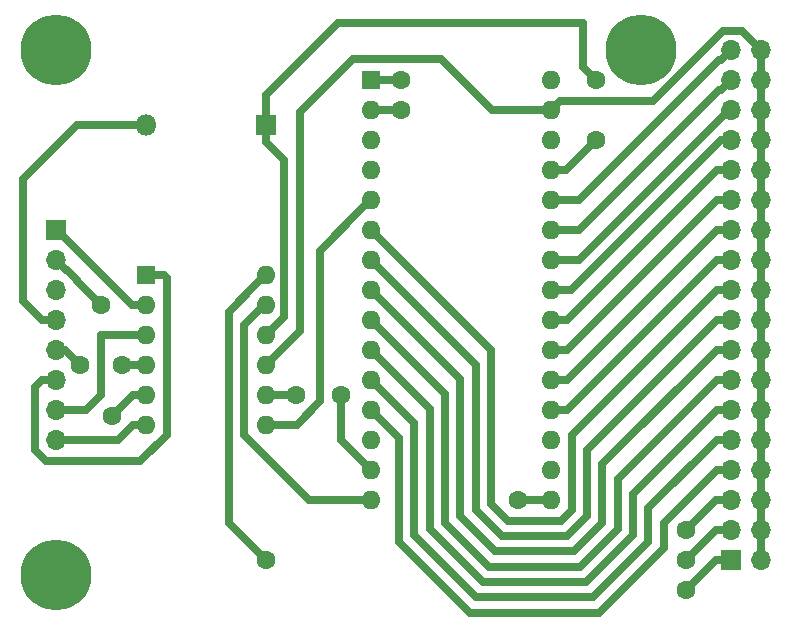
<source format=gbr>
G04 #@! TF.GenerationSoftware,KiCad,Pcbnew,(5.1.4)-1*
G04 #@! TF.CreationDate,2019-12-28T16:53:48+02:00*
G04 #@! TF.ProjectId,arduino-fanatec-pcb,61726475-696e-46f2-9d66-616e61746563,rev?*
G04 #@! TF.SameCoordinates,Original*
G04 #@! TF.FileFunction,Copper,L2,Bot*
G04 #@! TF.FilePolarity,Positive*
%FSLAX46Y46*%
G04 Gerber Fmt 4.6, Leading zero omitted, Abs format (unit mm)*
G04 Created by KiCad (PCBNEW (5.1.4)-1) date 2019-12-28 16:53:48*
%MOMM*%
%LPD*%
G04 APERTURE LIST*
%ADD10O,1.600000X1.600000*%
%ADD11R,1.600000X1.600000*%
%ADD12C,6.000000*%
%ADD13O,1.800000X1.800000*%
%ADD14R,1.800000X1.800000*%
%ADD15O,1.700000X1.700000*%
%ADD16R,1.700000X1.700000*%
%ADD17C,1.600000*%
%ADD18C,0.700000*%
G04 APERTURE END LIST*
D10*
X77470000Y-86360000D03*
X67310000Y-99060000D03*
X77470000Y-88900000D03*
X67310000Y-96520000D03*
X77470000Y-91440000D03*
X67310000Y-93980000D03*
X77470000Y-93980000D03*
X67310000Y-91440000D03*
X77470000Y-96520000D03*
X67310000Y-88900000D03*
X77470000Y-99060000D03*
D11*
X67310000Y-86360000D03*
D12*
X109220000Y-67310000D03*
X59690000Y-111760000D03*
X59690000Y-67310000D03*
D10*
X101600000Y-105410000D03*
X86360000Y-105410000D03*
X101600000Y-69850000D03*
X86360000Y-102870000D03*
X101600000Y-72390000D03*
X86360000Y-100330000D03*
X101600000Y-74930000D03*
X86360000Y-97790000D03*
X101600000Y-77470000D03*
X86360000Y-95250000D03*
X101600000Y-80010000D03*
X86360000Y-92710000D03*
X101600000Y-82550000D03*
X86360000Y-90170000D03*
X101600000Y-85090000D03*
X86360000Y-87630000D03*
X101600000Y-87630000D03*
X86360000Y-85090000D03*
X101600000Y-90170000D03*
X86360000Y-82550000D03*
X101600000Y-92710000D03*
X86360000Y-80010000D03*
X101600000Y-95250000D03*
X86360000Y-77470000D03*
X101600000Y-97790000D03*
X86360000Y-74930000D03*
X101600000Y-100330000D03*
X86360000Y-72390000D03*
X101600000Y-102870000D03*
D11*
X86360000Y-69850000D03*
D13*
X67310000Y-73660000D03*
D14*
X77470000Y-73660000D03*
D15*
X119380000Y-67310000D03*
X116840000Y-67310000D03*
X119380000Y-69850000D03*
X116840000Y-69850000D03*
X119380000Y-72390000D03*
X116840000Y-72390000D03*
X119380000Y-74930000D03*
X116840000Y-74930000D03*
X119380000Y-77470000D03*
X116840000Y-77470000D03*
X119380000Y-80010000D03*
X116840000Y-80010000D03*
X119380000Y-82550000D03*
X116840000Y-82550000D03*
X119380000Y-85090000D03*
X116840000Y-85090000D03*
X119380000Y-87630000D03*
X116840000Y-87630000D03*
X119380000Y-90170000D03*
X116840000Y-90170000D03*
X119380000Y-92710000D03*
X116840000Y-92710000D03*
X119380000Y-95250000D03*
X116840000Y-95250000D03*
X119380000Y-97790000D03*
X116840000Y-97790000D03*
X119380000Y-100330000D03*
X116840000Y-100330000D03*
X119380000Y-102870000D03*
X116840000Y-102870000D03*
X119380000Y-105410000D03*
X116840000Y-105410000D03*
X119380000Y-107950000D03*
X116840000Y-107950000D03*
X119380000Y-110490000D03*
D16*
X116840000Y-110490000D03*
D15*
X59690000Y-100330000D03*
X59690000Y-97790000D03*
X59690000Y-95250000D03*
X59690000Y-92710000D03*
X59690000Y-90170000D03*
X59690000Y-87630000D03*
X59690000Y-85090000D03*
D16*
X59690000Y-82550000D03*
D17*
X98806000Y-105410000D03*
X77470000Y-110490000D03*
X83820000Y-96520000D03*
X80010000Y-96520000D03*
X105410000Y-74930000D03*
X105410000Y-69850000D03*
X113030000Y-110490000D03*
X88900000Y-69850000D03*
X61750000Y-93980000D03*
X65250000Y-93980000D03*
X64476878Y-98286878D03*
X63500000Y-88900000D03*
X113030000Y-113030000D03*
X88900000Y-72390000D03*
X113031397Y-107951397D03*
D18*
X101600000Y-105410000D02*
X98806000Y-105410000D01*
X76670001Y-87159999D02*
X77470000Y-86360000D01*
X74319989Y-89510011D02*
X76670001Y-87159999D01*
X74319989Y-107339989D02*
X74319989Y-89510011D01*
X77470000Y-110490000D02*
X74319989Y-107339989D01*
X81081998Y-105410000D02*
X86360000Y-105410000D01*
X75619999Y-99948001D02*
X81081998Y-105410000D01*
X75619999Y-90551999D02*
X75619999Y-99948001D01*
X77470000Y-88900000D02*
X77271998Y-88900000D01*
X77271998Y-88900000D02*
X75619999Y-90551999D01*
X86360000Y-102870000D02*
X83820000Y-100330000D01*
X83820000Y-100330000D02*
X83820000Y-96520000D01*
X80010000Y-96520000D02*
X77470000Y-96520000D01*
X101600000Y-77470000D02*
X102870000Y-77470000D01*
X102870000Y-77470000D02*
X105410000Y-74930000D01*
X104284999Y-65024000D02*
X83555001Y-65024000D01*
X77470000Y-75060000D02*
X77470000Y-73660000D01*
X77470000Y-91440000D02*
X79020001Y-89889999D01*
X79020001Y-89889999D02*
X79020001Y-76610001D01*
X79020001Y-76610001D02*
X77470000Y-75060000D01*
X104284999Y-68724999D02*
X105410000Y-69850000D01*
X104284999Y-65024000D02*
X104284999Y-68724999D01*
X77470000Y-71109001D02*
X77470000Y-73660000D01*
X83555001Y-65024000D02*
X77470000Y-71109001D01*
X115990001Y-68159999D02*
X116840000Y-67310000D01*
X115865999Y-68159999D02*
X115990001Y-68159999D01*
X104015998Y-80010000D02*
X115865999Y-68159999D01*
X101600000Y-80010000D02*
X104015998Y-80010000D01*
X115990001Y-70699999D02*
X116840000Y-69850000D01*
X115865999Y-70699999D02*
X115990001Y-70699999D01*
X101600000Y-82550000D02*
X104015998Y-82550000D01*
X104015998Y-82550000D02*
X115865999Y-70699999D01*
X116715998Y-72390000D02*
X116840000Y-72390000D01*
X101600000Y-85090000D02*
X104015998Y-85090000D01*
X104015998Y-85090000D02*
X116715998Y-72390000D01*
X116014489Y-74930000D02*
X116840000Y-74930000D01*
X101600000Y-87630000D02*
X103314489Y-87630000D01*
X103314489Y-87630000D02*
X116014489Y-74930000D01*
X115637919Y-77470000D02*
X116840000Y-77470000D01*
X101600000Y-90170000D02*
X102937919Y-90170000D01*
X102937919Y-90170000D02*
X115637919Y-77470000D01*
X115637919Y-80010000D02*
X116840000Y-80010000D01*
X101600000Y-92710000D02*
X102937919Y-92710000D01*
X102937919Y-92710000D02*
X115637919Y-80010000D01*
X85560001Y-80809999D02*
X86360000Y-80010000D01*
X82069999Y-84300001D02*
X85560001Y-80809999D01*
X82069999Y-97050003D02*
X82069999Y-84300001D01*
X80060002Y-99060000D02*
X82069999Y-97050003D01*
X77470000Y-99060000D02*
X80060002Y-99060000D01*
X115637919Y-82550000D02*
X116840000Y-82550000D01*
X101600000Y-95250000D02*
X102937919Y-95250000D01*
X102937919Y-95250000D02*
X115637919Y-82550000D01*
X115637919Y-85090000D02*
X116840000Y-85090000D01*
X101600000Y-97790000D02*
X102937919Y-97790000D01*
X102937919Y-97790000D02*
X115637919Y-85090000D01*
X118530001Y-66460001D02*
X119380000Y-67310000D01*
X117779999Y-65709999D02*
X118530001Y-66460001D01*
X116154001Y-65709999D02*
X117779999Y-65709999D01*
X110273999Y-71590001D02*
X116154001Y-65709999D01*
X102399999Y-71590001D02*
X110273999Y-71590001D01*
X101600000Y-72390000D02*
X102399999Y-71590001D01*
X119380000Y-67310000D02*
X119380000Y-110490000D01*
X78269999Y-93180001D02*
X77470000Y-93980000D01*
X80320011Y-72579987D02*
X80320011Y-91129989D01*
X84799999Y-68099999D02*
X80320011Y-72579987D01*
X92280001Y-68099999D02*
X84799999Y-68099999D01*
X96570002Y-72390000D02*
X92280001Y-68099999D01*
X80320011Y-91129989D02*
X78269999Y-93180001D01*
X101600000Y-72390000D02*
X96570002Y-72390000D01*
X66178630Y-88900000D02*
X67310000Y-88900000D01*
X66164002Y-88900000D02*
X66178630Y-88900000D01*
X59814002Y-82550000D02*
X66164002Y-88900000D01*
X59690000Y-82550000D02*
X59814002Y-82550000D01*
X60892081Y-100330000D02*
X59690000Y-100330000D01*
X64908630Y-100330000D02*
X60892081Y-100330000D01*
X66178630Y-99060000D02*
X64908630Y-100330000D01*
X67310000Y-99060000D02*
X66178630Y-99060000D01*
X67310000Y-91440000D02*
X63500000Y-91440000D01*
X63500000Y-91440000D02*
X63500000Y-96520000D01*
X62230000Y-97790000D02*
X59690000Y-97790000D01*
X63500000Y-96520000D02*
X62230000Y-97790000D01*
X58487919Y-95250000D02*
X59690000Y-95250000D01*
X57889999Y-95847920D02*
X58487919Y-95250000D01*
X57889999Y-101194001D02*
X57889999Y-95847920D01*
X58825999Y-102130001D02*
X57889999Y-101194001D01*
X69060001Y-99900001D02*
X66830001Y-102130001D01*
X66830001Y-102130001D02*
X58825999Y-102130001D01*
X69060001Y-86610001D02*
X69060001Y-99900001D01*
X68810000Y-86360000D02*
X69060001Y-86610001D01*
X67310000Y-86360000D02*
X68810000Y-86360000D01*
X116840000Y-107950000D02*
X115570000Y-107950000D01*
X115570000Y-107950000D02*
X113030000Y-110490000D01*
X86360000Y-69850000D02*
X88900000Y-69850000D01*
X60480000Y-92710000D02*
X59690000Y-92710000D01*
X61750000Y-93980000D02*
X60480000Y-92710000D01*
X67310000Y-93980000D02*
X65250000Y-93980000D01*
X63500000Y-88900000D02*
X61490001Y-86890001D01*
X61490001Y-86890001D02*
X61490001Y-86765999D01*
X61490001Y-86765999D02*
X60664001Y-85939999D01*
X60664001Y-85939999D02*
X60539999Y-85939999D01*
X60539999Y-85939999D02*
X59690000Y-85090000D01*
X66243756Y-96520000D02*
X64476878Y-98286878D01*
X67310000Y-96520000D02*
X66243756Y-96520000D01*
X103350001Y-99917918D02*
X115637919Y-87630000D01*
X86360000Y-82550000D02*
X96520004Y-92710004D01*
X96520004Y-105714001D02*
X97966004Y-107160001D01*
X115637919Y-87630000D02*
X116840000Y-87630000D01*
X103350001Y-106250001D02*
X103350001Y-99917918D01*
X102440001Y-107160001D02*
X103350001Y-106250001D01*
X97966004Y-107160001D02*
X102440001Y-107160001D01*
X96520004Y-92710004D02*
X96520004Y-105714001D01*
X95219993Y-93949993D02*
X95219993Y-106252483D01*
X95219993Y-106252483D02*
X97427522Y-108460012D01*
X97427522Y-108460012D02*
X102978483Y-108460012D01*
X86360000Y-85090000D02*
X95219993Y-93949993D01*
X104650012Y-106788483D02*
X104650012Y-101157907D01*
X115637919Y-90170000D02*
X116840000Y-90170000D01*
X102978483Y-108460012D02*
X104650012Y-106788483D01*
X104650012Y-101157907D02*
X115637919Y-90170000D01*
X93919978Y-95189978D02*
X93919978Y-106790966D01*
X115637919Y-92710000D02*
X116840000Y-92710000D01*
X105950023Y-102397896D02*
X115637919Y-92710000D01*
X93919978Y-106790966D02*
X96889035Y-109760023D01*
X96889035Y-109760023D02*
X103516965Y-109760023D01*
X103516965Y-109760023D02*
X105950023Y-107326965D01*
X86360000Y-87630000D02*
X93919978Y-95189978D01*
X105950023Y-107326965D02*
X105950023Y-102397896D01*
X104055447Y-111060034D02*
X107250034Y-107865447D01*
X86360000Y-90170000D02*
X92619967Y-96429967D01*
X92619967Y-96429967D02*
X92619967Y-107329448D01*
X115637919Y-95250000D02*
X116840000Y-95250000D01*
X107250034Y-107865447D02*
X107250034Y-103637885D01*
X92619967Y-107329448D02*
X96350553Y-111060034D01*
X96350553Y-111060034D02*
X104055447Y-111060034D01*
X107250034Y-103637885D02*
X115637919Y-95250000D01*
X108550045Y-104877874D02*
X115637919Y-97790000D01*
X104593929Y-112360045D02*
X108550045Y-108403929D01*
X95812071Y-112360045D02*
X104593929Y-112360045D01*
X91319960Y-107867934D02*
X95812071Y-112360045D01*
X91319960Y-97669960D02*
X91319960Y-107867934D01*
X86360000Y-92710000D02*
X91319960Y-97669960D01*
X108550045Y-108403929D02*
X108550045Y-104877874D01*
X115637919Y-97790000D02*
X116840000Y-97790000D01*
X115637919Y-100330000D02*
X116840000Y-100330000D01*
X109850056Y-106117863D02*
X115637919Y-100330000D01*
X109850056Y-108942411D02*
X109850056Y-106117863D01*
X105132411Y-113660056D02*
X109850056Y-108942411D01*
X95273589Y-113660056D02*
X105132411Y-113660056D01*
X90555944Y-108942411D02*
X95273589Y-113660056D01*
X90555944Y-108942406D02*
X90555944Y-108942411D01*
X90019949Y-108406411D02*
X90555944Y-108942406D01*
X86360000Y-95250000D02*
X90019949Y-98909949D01*
X90019949Y-98909949D02*
X90019949Y-108406411D01*
X87159999Y-98589999D02*
X86360000Y-97790000D01*
X88719939Y-108944892D02*
X88719939Y-100149939D01*
X94735113Y-114960066D02*
X88719939Y-108944892D01*
X111150066Y-109480892D02*
X105670892Y-114960066D01*
X105670892Y-114960066D02*
X94735113Y-114960066D01*
X111150066Y-107357853D02*
X111150066Y-109480892D01*
X115637919Y-102870000D02*
X111150066Y-107357853D01*
X88719939Y-100149939D02*
X87159999Y-98589999D01*
X116840000Y-102870000D02*
X115637919Y-102870000D01*
X115570000Y-110490000D02*
X113030000Y-113030000D01*
X116840000Y-110490000D02*
X115570000Y-110490000D01*
X86360000Y-72390000D02*
X88900000Y-72390000D01*
X67310000Y-73660000D02*
X61468000Y-73660000D01*
X61468000Y-73660000D02*
X56896000Y-78232000D01*
X58487919Y-90170000D02*
X59690000Y-90170000D01*
X56896000Y-78232000D02*
X56896000Y-88578081D01*
X56896000Y-88578081D02*
X58487919Y-90170000D01*
X116840000Y-105410000D02*
X115572794Y-105410000D01*
X115572794Y-105410000D02*
X113031397Y-107951397D01*
M02*

</source>
